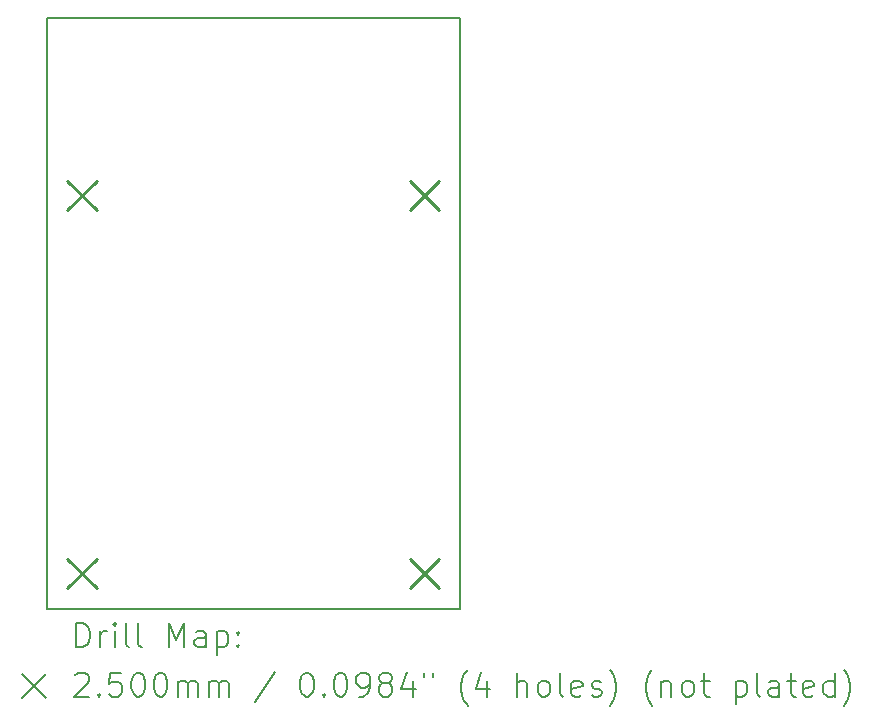
<source format=gbr>
%TF.GenerationSoftware,KiCad,Pcbnew,8.0.5*%
%TF.CreationDate,2024-12-03T22:20:39-06:00*%
%TF.ProjectId,project,70726f6a-6563-4742-9e6b-696361645f70,rev?*%
%TF.SameCoordinates,Original*%
%TF.FileFunction,Drillmap*%
%TF.FilePolarity,Positive*%
%FSLAX45Y45*%
G04 Gerber Fmt 4.5, Leading zero omitted, Abs format (unit mm)*
G04 Created by KiCad (PCBNEW 8.0.5) date 2024-12-03 22:20:39*
%MOMM*%
%LPD*%
G01*
G04 APERTURE LIST*
%ADD10C,0.200000*%
%ADD11C,0.250000*%
G04 APERTURE END LIST*
D10*
X4828000Y-5596500D02*
X8328000Y-5596500D01*
X8328000Y-10596500D01*
X4828000Y-10596500D01*
X4828000Y-5596500D01*
D11*
X5003000Y-6971500D02*
X5253000Y-7221500D01*
X5253000Y-6971500D02*
X5003000Y-7221500D01*
X5003000Y-10171500D02*
X5253000Y-10421500D01*
X5253000Y-10171500D02*
X5003000Y-10421500D01*
X7903000Y-6971500D02*
X8153000Y-7221500D01*
X8153000Y-6971500D02*
X7903000Y-7221500D01*
X7903000Y-10171500D02*
X8153000Y-10421500D01*
X8153000Y-10171500D02*
X7903000Y-10421500D01*
D10*
X5078777Y-10917984D02*
X5078777Y-10717984D01*
X5078777Y-10717984D02*
X5126396Y-10717984D01*
X5126396Y-10717984D02*
X5154967Y-10727508D01*
X5154967Y-10727508D02*
X5174015Y-10746555D01*
X5174015Y-10746555D02*
X5183539Y-10765603D01*
X5183539Y-10765603D02*
X5193063Y-10803698D01*
X5193063Y-10803698D02*
X5193063Y-10832270D01*
X5193063Y-10832270D02*
X5183539Y-10870365D01*
X5183539Y-10870365D02*
X5174015Y-10889412D01*
X5174015Y-10889412D02*
X5154967Y-10908460D01*
X5154967Y-10908460D02*
X5126396Y-10917984D01*
X5126396Y-10917984D02*
X5078777Y-10917984D01*
X5278777Y-10917984D02*
X5278777Y-10784650D01*
X5278777Y-10822746D02*
X5288301Y-10803698D01*
X5288301Y-10803698D02*
X5297824Y-10794174D01*
X5297824Y-10794174D02*
X5316872Y-10784650D01*
X5316872Y-10784650D02*
X5335920Y-10784650D01*
X5402586Y-10917984D02*
X5402586Y-10784650D01*
X5402586Y-10717984D02*
X5393063Y-10727508D01*
X5393063Y-10727508D02*
X5402586Y-10737031D01*
X5402586Y-10737031D02*
X5412110Y-10727508D01*
X5412110Y-10727508D02*
X5402586Y-10717984D01*
X5402586Y-10717984D02*
X5402586Y-10737031D01*
X5526396Y-10917984D02*
X5507348Y-10908460D01*
X5507348Y-10908460D02*
X5497824Y-10889412D01*
X5497824Y-10889412D02*
X5497824Y-10717984D01*
X5631158Y-10917984D02*
X5612110Y-10908460D01*
X5612110Y-10908460D02*
X5602586Y-10889412D01*
X5602586Y-10889412D02*
X5602586Y-10717984D01*
X5859729Y-10917984D02*
X5859729Y-10717984D01*
X5859729Y-10717984D02*
X5926396Y-10860841D01*
X5926396Y-10860841D02*
X5993062Y-10717984D01*
X5993062Y-10717984D02*
X5993062Y-10917984D01*
X6174015Y-10917984D02*
X6174015Y-10813222D01*
X6174015Y-10813222D02*
X6164491Y-10794174D01*
X6164491Y-10794174D02*
X6145443Y-10784650D01*
X6145443Y-10784650D02*
X6107348Y-10784650D01*
X6107348Y-10784650D02*
X6088301Y-10794174D01*
X6174015Y-10908460D02*
X6154967Y-10917984D01*
X6154967Y-10917984D02*
X6107348Y-10917984D01*
X6107348Y-10917984D02*
X6088301Y-10908460D01*
X6088301Y-10908460D02*
X6078777Y-10889412D01*
X6078777Y-10889412D02*
X6078777Y-10870365D01*
X6078777Y-10870365D02*
X6088301Y-10851317D01*
X6088301Y-10851317D02*
X6107348Y-10841793D01*
X6107348Y-10841793D02*
X6154967Y-10841793D01*
X6154967Y-10841793D02*
X6174015Y-10832270D01*
X6269253Y-10784650D02*
X6269253Y-10984650D01*
X6269253Y-10794174D02*
X6288301Y-10784650D01*
X6288301Y-10784650D02*
X6326396Y-10784650D01*
X6326396Y-10784650D02*
X6345443Y-10794174D01*
X6345443Y-10794174D02*
X6354967Y-10803698D01*
X6354967Y-10803698D02*
X6364491Y-10822746D01*
X6364491Y-10822746D02*
X6364491Y-10879889D01*
X6364491Y-10879889D02*
X6354967Y-10898936D01*
X6354967Y-10898936D02*
X6345443Y-10908460D01*
X6345443Y-10908460D02*
X6326396Y-10917984D01*
X6326396Y-10917984D02*
X6288301Y-10917984D01*
X6288301Y-10917984D02*
X6269253Y-10908460D01*
X6450205Y-10898936D02*
X6459729Y-10908460D01*
X6459729Y-10908460D02*
X6450205Y-10917984D01*
X6450205Y-10917984D02*
X6440682Y-10908460D01*
X6440682Y-10908460D02*
X6450205Y-10898936D01*
X6450205Y-10898936D02*
X6450205Y-10917984D01*
X6450205Y-10794174D02*
X6459729Y-10803698D01*
X6459729Y-10803698D02*
X6450205Y-10813222D01*
X6450205Y-10813222D02*
X6440682Y-10803698D01*
X6440682Y-10803698D02*
X6450205Y-10794174D01*
X6450205Y-10794174D02*
X6450205Y-10813222D01*
X4618000Y-11146500D02*
X4818000Y-11346500D01*
X4818000Y-11146500D02*
X4618000Y-11346500D01*
X5069253Y-11157031D02*
X5078777Y-11147508D01*
X5078777Y-11147508D02*
X5097824Y-11137984D01*
X5097824Y-11137984D02*
X5145444Y-11137984D01*
X5145444Y-11137984D02*
X5164491Y-11147508D01*
X5164491Y-11147508D02*
X5174015Y-11157031D01*
X5174015Y-11157031D02*
X5183539Y-11176079D01*
X5183539Y-11176079D02*
X5183539Y-11195127D01*
X5183539Y-11195127D02*
X5174015Y-11223698D01*
X5174015Y-11223698D02*
X5059729Y-11337984D01*
X5059729Y-11337984D02*
X5183539Y-11337984D01*
X5269253Y-11318936D02*
X5278777Y-11328460D01*
X5278777Y-11328460D02*
X5269253Y-11337984D01*
X5269253Y-11337984D02*
X5259729Y-11328460D01*
X5259729Y-11328460D02*
X5269253Y-11318936D01*
X5269253Y-11318936D02*
X5269253Y-11337984D01*
X5459729Y-11137984D02*
X5364491Y-11137984D01*
X5364491Y-11137984D02*
X5354967Y-11233222D01*
X5354967Y-11233222D02*
X5364491Y-11223698D01*
X5364491Y-11223698D02*
X5383539Y-11214174D01*
X5383539Y-11214174D02*
X5431158Y-11214174D01*
X5431158Y-11214174D02*
X5450205Y-11223698D01*
X5450205Y-11223698D02*
X5459729Y-11233222D01*
X5459729Y-11233222D02*
X5469253Y-11252269D01*
X5469253Y-11252269D02*
X5469253Y-11299888D01*
X5469253Y-11299888D02*
X5459729Y-11318936D01*
X5459729Y-11318936D02*
X5450205Y-11328460D01*
X5450205Y-11328460D02*
X5431158Y-11337984D01*
X5431158Y-11337984D02*
X5383539Y-11337984D01*
X5383539Y-11337984D02*
X5364491Y-11328460D01*
X5364491Y-11328460D02*
X5354967Y-11318936D01*
X5593062Y-11137984D02*
X5612110Y-11137984D01*
X5612110Y-11137984D02*
X5631158Y-11147508D01*
X5631158Y-11147508D02*
X5640682Y-11157031D01*
X5640682Y-11157031D02*
X5650205Y-11176079D01*
X5650205Y-11176079D02*
X5659729Y-11214174D01*
X5659729Y-11214174D02*
X5659729Y-11261793D01*
X5659729Y-11261793D02*
X5650205Y-11299888D01*
X5650205Y-11299888D02*
X5640682Y-11318936D01*
X5640682Y-11318936D02*
X5631158Y-11328460D01*
X5631158Y-11328460D02*
X5612110Y-11337984D01*
X5612110Y-11337984D02*
X5593062Y-11337984D01*
X5593062Y-11337984D02*
X5574015Y-11328460D01*
X5574015Y-11328460D02*
X5564491Y-11318936D01*
X5564491Y-11318936D02*
X5554967Y-11299888D01*
X5554967Y-11299888D02*
X5545444Y-11261793D01*
X5545444Y-11261793D02*
X5545444Y-11214174D01*
X5545444Y-11214174D02*
X5554967Y-11176079D01*
X5554967Y-11176079D02*
X5564491Y-11157031D01*
X5564491Y-11157031D02*
X5574015Y-11147508D01*
X5574015Y-11147508D02*
X5593062Y-11137984D01*
X5783539Y-11137984D02*
X5802586Y-11137984D01*
X5802586Y-11137984D02*
X5821634Y-11147508D01*
X5821634Y-11147508D02*
X5831158Y-11157031D01*
X5831158Y-11157031D02*
X5840682Y-11176079D01*
X5840682Y-11176079D02*
X5850205Y-11214174D01*
X5850205Y-11214174D02*
X5850205Y-11261793D01*
X5850205Y-11261793D02*
X5840682Y-11299888D01*
X5840682Y-11299888D02*
X5831158Y-11318936D01*
X5831158Y-11318936D02*
X5821634Y-11328460D01*
X5821634Y-11328460D02*
X5802586Y-11337984D01*
X5802586Y-11337984D02*
X5783539Y-11337984D01*
X5783539Y-11337984D02*
X5764491Y-11328460D01*
X5764491Y-11328460D02*
X5754967Y-11318936D01*
X5754967Y-11318936D02*
X5745443Y-11299888D01*
X5745443Y-11299888D02*
X5735920Y-11261793D01*
X5735920Y-11261793D02*
X5735920Y-11214174D01*
X5735920Y-11214174D02*
X5745443Y-11176079D01*
X5745443Y-11176079D02*
X5754967Y-11157031D01*
X5754967Y-11157031D02*
X5764491Y-11147508D01*
X5764491Y-11147508D02*
X5783539Y-11137984D01*
X5935920Y-11337984D02*
X5935920Y-11204650D01*
X5935920Y-11223698D02*
X5945443Y-11214174D01*
X5945443Y-11214174D02*
X5964491Y-11204650D01*
X5964491Y-11204650D02*
X5993063Y-11204650D01*
X5993063Y-11204650D02*
X6012110Y-11214174D01*
X6012110Y-11214174D02*
X6021634Y-11233222D01*
X6021634Y-11233222D02*
X6021634Y-11337984D01*
X6021634Y-11233222D02*
X6031158Y-11214174D01*
X6031158Y-11214174D02*
X6050205Y-11204650D01*
X6050205Y-11204650D02*
X6078777Y-11204650D01*
X6078777Y-11204650D02*
X6097824Y-11214174D01*
X6097824Y-11214174D02*
X6107348Y-11233222D01*
X6107348Y-11233222D02*
X6107348Y-11337984D01*
X6202586Y-11337984D02*
X6202586Y-11204650D01*
X6202586Y-11223698D02*
X6212110Y-11214174D01*
X6212110Y-11214174D02*
X6231158Y-11204650D01*
X6231158Y-11204650D02*
X6259729Y-11204650D01*
X6259729Y-11204650D02*
X6278777Y-11214174D01*
X6278777Y-11214174D02*
X6288301Y-11233222D01*
X6288301Y-11233222D02*
X6288301Y-11337984D01*
X6288301Y-11233222D02*
X6297824Y-11214174D01*
X6297824Y-11214174D02*
X6316872Y-11204650D01*
X6316872Y-11204650D02*
X6345443Y-11204650D01*
X6345443Y-11204650D02*
X6364491Y-11214174D01*
X6364491Y-11214174D02*
X6374015Y-11233222D01*
X6374015Y-11233222D02*
X6374015Y-11337984D01*
X6764491Y-11128460D02*
X6593063Y-11385603D01*
X7021634Y-11137984D02*
X7040682Y-11137984D01*
X7040682Y-11137984D02*
X7059729Y-11147508D01*
X7059729Y-11147508D02*
X7069253Y-11157031D01*
X7069253Y-11157031D02*
X7078777Y-11176079D01*
X7078777Y-11176079D02*
X7088301Y-11214174D01*
X7088301Y-11214174D02*
X7088301Y-11261793D01*
X7088301Y-11261793D02*
X7078777Y-11299888D01*
X7078777Y-11299888D02*
X7069253Y-11318936D01*
X7069253Y-11318936D02*
X7059729Y-11328460D01*
X7059729Y-11328460D02*
X7040682Y-11337984D01*
X7040682Y-11337984D02*
X7021634Y-11337984D01*
X7021634Y-11337984D02*
X7002586Y-11328460D01*
X7002586Y-11328460D02*
X6993063Y-11318936D01*
X6993063Y-11318936D02*
X6983539Y-11299888D01*
X6983539Y-11299888D02*
X6974015Y-11261793D01*
X6974015Y-11261793D02*
X6974015Y-11214174D01*
X6974015Y-11214174D02*
X6983539Y-11176079D01*
X6983539Y-11176079D02*
X6993063Y-11157031D01*
X6993063Y-11157031D02*
X7002586Y-11147508D01*
X7002586Y-11147508D02*
X7021634Y-11137984D01*
X7174015Y-11318936D02*
X7183539Y-11328460D01*
X7183539Y-11328460D02*
X7174015Y-11337984D01*
X7174015Y-11337984D02*
X7164491Y-11328460D01*
X7164491Y-11328460D02*
X7174015Y-11318936D01*
X7174015Y-11318936D02*
X7174015Y-11337984D01*
X7307348Y-11137984D02*
X7326396Y-11137984D01*
X7326396Y-11137984D02*
X7345444Y-11147508D01*
X7345444Y-11147508D02*
X7354967Y-11157031D01*
X7354967Y-11157031D02*
X7364491Y-11176079D01*
X7364491Y-11176079D02*
X7374015Y-11214174D01*
X7374015Y-11214174D02*
X7374015Y-11261793D01*
X7374015Y-11261793D02*
X7364491Y-11299888D01*
X7364491Y-11299888D02*
X7354967Y-11318936D01*
X7354967Y-11318936D02*
X7345444Y-11328460D01*
X7345444Y-11328460D02*
X7326396Y-11337984D01*
X7326396Y-11337984D02*
X7307348Y-11337984D01*
X7307348Y-11337984D02*
X7288301Y-11328460D01*
X7288301Y-11328460D02*
X7278777Y-11318936D01*
X7278777Y-11318936D02*
X7269253Y-11299888D01*
X7269253Y-11299888D02*
X7259729Y-11261793D01*
X7259729Y-11261793D02*
X7259729Y-11214174D01*
X7259729Y-11214174D02*
X7269253Y-11176079D01*
X7269253Y-11176079D02*
X7278777Y-11157031D01*
X7278777Y-11157031D02*
X7288301Y-11147508D01*
X7288301Y-11147508D02*
X7307348Y-11137984D01*
X7469253Y-11337984D02*
X7507348Y-11337984D01*
X7507348Y-11337984D02*
X7526396Y-11328460D01*
X7526396Y-11328460D02*
X7535920Y-11318936D01*
X7535920Y-11318936D02*
X7554967Y-11290365D01*
X7554967Y-11290365D02*
X7564491Y-11252269D01*
X7564491Y-11252269D02*
X7564491Y-11176079D01*
X7564491Y-11176079D02*
X7554967Y-11157031D01*
X7554967Y-11157031D02*
X7545444Y-11147508D01*
X7545444Y-11147508D02*
X7526396Y-11137984D01*
X7526396Y-11137984D02*
X7488301Y-11137984D01*
X7488301Y-11137984D02*
X7469253Y-11147508D01*
X7469253Y-11147508D02*
X7459729Y-11157031D01*
X7459729Y-11157031D02*
X7450206Y-11176079D01*
X7450206Y-11176079D02*
X7450206Y-11223698D01*
X7450206Y-11223698D02*
X7459729Y-11242746D01*
X7459729Y-11242746D02*
X7469253Y-11252269D01*
X7469253Y-11252269D02*
X7488301Y-11261793D01*
X7488301Y-11261793D02*
X7526396Y-11261793D01*
X7526396Y-11261793D02*
X7545444Y-11252269D01*
X7545444Y-11252269D02*
X7554967Y-11242746D01*
X7554967Y-11242746D02*
X7564491Y-11223698D01*
X7678777Y-11223698D02*
X7659729Y-11214174D01*
X7659729Y-11214174D02*
X7650206Y-11204650D01*
X7650206Y-11204650D02*
X7640682Y-11185603D01*
X7640682Y-11185603D02*
X7640682Y-11176079D01*
X7640682Y-11176079D02*
X7650206Y-11157031D01*
X7650206Y-11157031D02*
X7659729Y-11147508D01*
X7659729Y-11147508D02*
X7678777Y-11137984D01*
X7678777Y-11137984D02*
X7716872Y-11137984D01*
X7716872Y-11137984D02*
X7735920Y-11147508D01*
X7735920Y-11147508D02*
X7745444Y-11157031D01*
X7745444Y-11157031D02*
X7754967Y-11176079D01*
X7754967Y-11176079D02*
X7754967Y-11185603D01*
X7754967Y-11185603D02*
X7745444Y-11204650D01*
X7745444Y-11204650D02*
X7735920Y-11214174D01*
X7735920Y-11214174D02*
X7716872Y-11223698D01*
X7716872Y-11223698D02*
X7678777Y-11223698D01*
X7678777Y-11223698D02*
X7659729Y-11233222D01*
X7659729Y-11233222D02*
X7650206Y-11242746D01*
X7650206Y-11242746D02*
X7640682Y-11261793D01*
X7640682Y-11261793D02*
X7640682Y-11299888D01*
X7640682Y-11299888D02*
X7650206Y-11318936D01*
X7650206Y-11318936D02*
X7659729Y-11328460D01*
X7659729Y-11328460D02*
X7678777Y-11337984D01*
X7678777Y-11337984D02*
X7716872Y-11337984D01*
X7716872Y-11337984D02*
X7735920Y-11328460D01*
X7735920Y-11328460D02*
X7745444Y-11318936D01*
X7745444Y-11318936D02*
X7754967Y-11299888D01*
X7754967Y-11299888D02*
X7754967Y-11261793D01*
X7754967Y-11261793D02*
X7745444Y-11242746D01*
X7745444Y-11242746D02*
X7735920Y-11233222D01*
X7735920Y-11233222D02*
X7716872Y-11223698D01*
X7926396Y-11204650D02*
X7926396Y-11337984D01*
X7878777Y-11128460D02*
X7831158Y-11271317D01*
X7831158Y-11271317D02*
X7954967Y-11271317D01*
X8021634Y-11137984D02*
X8021634Y-11176079D01*
X8097825Y-11137984D02*
X8097825Y-11176079D01*
X8393063Y-11414174D02*
X8383539Y-11404650D01*
X8383539Y-11404650D02*
X8364491Y-11376079D01*
X8364491Y-11376079D02*
X8354968Y-11357031D01*
X8354968Y-11357031D02*
X8345444Y-11328460D01*
X8345444Y-11328460D02*
X8335920Y-11280841D01*
X8335920Y-11280841D02*
X8335920Y-11242746D01*
X8335920Y-11242746D02*
X8345444Y-11195127D01*
X8345444Y-11195127D02*
X8354968Y-11166555D01*
X8354968Y-11166555D02*
X8364491Y-11147508D01*
X8364491Y-11147508D02*
X8383539Y-11118936D01*
X8383539Y-11118936D02*
X8393063Y-11109412D01*
X8554968Y-11204650D02*
X8554968Y-11337984D01*
X8507349Y-11128460D02*
X8459730Y-11271317D01*
X8459730Y-11271317D02*
X8583539Y-11271317D01*
X8812111Y-11337984D02*
X8812111Y-11137984D01*
X8897825Y-11337984D02*
X8897825Y-11233222D01*
X8897825Y-11233222D02*
X8888301Y-11214174D01*
X8888301Y-11214174D02*
X8869253Y-11204650D01*
X8869253Y-11204650D02*
X8840682Y-11204650D01*
X8840682Y-11204650D02*
X8821634Y-11214174D01*
X8821634Y-11214174D02*
X8812111Y-11223698D01*
X9021634Y-11337984D02*
X9002587Y-11328460D01*
X9002587Y-11328460D02*
X8993063Y-11318936D01*
X8993063Y-11318936D02*
X8983539Y-11299888D01*
X8983539Y-11299888D02*
X8983539Y-11242746D01*
X8983539Y-11242746D02*
X8993063Y-11223698D01*
X8993063Y-11223698D02*
X9002587Y-11214174D01*
X9002587Y-11214174D02*
X9021634Y-11204650D01*
X9021634Y-11204650D02*
X9050206Y-11204650D01*
X9050206Y-11204650D02*
X9069253Y-11214174D01*
X9069253Y-11214174D02*
X9078777Y-11223698D01*
X9078777Y-11223698D02*
X9088301Y-11242746D01*
X9088301Y-11242746D02*
X9088301Y-11299888D01*
X9088301Y-11299888D02*
X9078777Y-11318936D01*
X9078777Y-11318936D02*
X9069253Y-11328460D01*
X9069253Y-11328460D02*
X9050206Y-11337984D01*
X9050206Y-11337984D02*
X9021634Y-11337984D01*
X9202587Y-11337984D02*
X9183539Y-11328460D01*
X9183539Y-11328460D02*
X9174015Y-11309412D01*
X9174015Y-11309412D02*
X9174015Y-11137984D01*
X9354968Y-11328460D02*
X9335920Y-11337984D01*
X9335920Y-11337984D02*
X9297825Y-11337984D01*
X9297825Y-11337984D02*
X9278777Y-11328460D01*
X9278777Y-11328460D02*
X9269253Y-11309412D01*
X9269253Y-11309412D02*
X9269253Y-11233222D01*
X9269253Y-11233222D02*
X9278777Y-11214174D01*
X9278777Y-11214174D02*
X9297825Y-11204650D01*
X9297825Y-11204650D02*
X9335920Y-11204650D01*
X9335920Y-11204650D02*
X9354968Y-11214174D01*
X9354968Y-11214174D02*
X9364492Y-11233222D01*
X9364492Y-11233222D02*
X9364492Y-11252269D01*
X9364492Y-11252269D02*
X9269253Y-11271317D01*
X9440682Y-11328460D02*
X9459730Y-11337984D01*
X9459730Y-11337984D02*
X9497825Y-11337984D01*
X9497825Y-11337984D02*
X9516873Y-11328460D01*
X9516873Y-11328460D02*
X9526396Y-11309412D01*
X9526396Y-11309412D02*
X9526396Y-11299888D01*
X9526396Y-11299888D02*
X9516873Y-11280841D01*
X9516873Y-11280841D02*
X9497825Y-11271317D01*
X9497825Y-11271317D02*
X9469253Y-11271317D01*
X9469253Y-11271317D02*
X9450206Y-11261793D01*
X9450206Y-11261793D02*
X9440682Y-11242746D01*
X9440682Y-11242746D02*
X9440682Y-11233222D01*
X9440682Y-11233222D02*
X9450206Y-11214174D01*
X9450206Y-11214174D02*
X9469253Y-11204650D01*
X9469253Y-11204650D02*
X9497825Y-11204650D01*
X9497825Y-11204650D02*
X9516873Y-11214174D01*
X9593063Y-11414174D02*
X9602587Y-11404650D01*
X9602587Y-11404650D02*
X9621634Y-11376079D01*
X9621634Y-11376079D02*
X9631158Y-11357031D01*
X9631158Y-11357031D02*
X9640682Y-11328460D01*
X9640682Y-11328460D02*
X9650206Y-11280841D01*
X9650206Y-11280841D02*
X9650206Y-11242746D01*
X9650206Y-11242746D02*
X9640682Y-11195127D01*
X9640682Y-11195127D02*
X9631158Y-11166555D01*
X9631158Y-11166555D02*
X9621634Y-11147508D01*
X9621634Y-11147508D02*
X9602587Y-11118936D01*
X9602587Y-11118936D02*
X9593063Y-11109412D01*
X9954968Y-11414174D02*
X9945444Y-11404650D01*
X9945444Y-11404650D02*
X9926396Y-11376079D01*
X9926396Y-11376079D02*
X9916873Y-11357031D01*
X9916873Y-11357031D02*
X9907349Y-11328460D01*
X9907349Y-11328460D02*
X9897825Y-11280841D01*
X9897825Y-11280841D02*
X9897825Y-11242746D01*
X9897825Y-11242746D02*
X9907349Y-11195127D01*
X9907349Y-11195127D02*
X9916873Y-11166555D01*
X9916873Y-11166555D02*
X9926396Y-11147508D01*
X9926396Y-11147508D02*
X9945444Y-11118936D01*
X9945444Y-11118936D02*
X9954968Y-11109412D01*
X10031158Y-11204650D02*
X10031158Y-11337984D01*
X10031158Y-11223698D02*
X10040682Y-11214174D01*
X10040682Y-11214174D02*
X10059730Y-11204650D01*
X10059730Y-11204650D02*
X10088301Y-11204650D01*
X10088301Y-11204650D02*
X10107349Y-11214174D01*
X10107349Y-11214174D02*
X10116873Y-11233222D01*
X10116873Y-11233222D02*
X10116873Y-11337984D01*
X10240682Y-11337984D02*
X10221634Y-11328460D01*
X10221634Y-11328460D02*
X10212111Y-11318936D01*
X10212111Y-11318936D02*
X10202587Y-11299888D01*
X10202587Y-11299888D02*
X10202587Y-11242746D01*
X10202587Y-11242746D02*
X10212111Y-11223698D01*
X10212111Y-11223698D02*
X10221634Y-11214174D01*
X10221634Y-11214174D02*
X10240682Y-11204650D01*
X10240682Y-11204650D02*
X10269254Y-11204650D01*
X10269254Y-11204650D02*
X10288301Y-11214174D01*
X10288301Y-11214174D02*
X10297825Y-11223698D01*
X10297825Y-11223698D02*
X10307349Y-11242746D01*
X10307349Y-11242746D02*
X10307349Y-11299888D01*
X10307349Y-11299888D02*
X10297825Y-11318936D01*
X10297825Y-11318936D02*
X10288301Y-11328460D01*
X10288301Y-11328460D02*
X10269254Y-11337984D01*
X10269254Y-11337984D02*
X10240682Y-11337984D01*
X10364492Y-11204650D02*
X10440682Y-11204650D01*
X10393063Y-11137984D02*
X10393063Y-11309412D01*
X10393063Y-11309412D02*
X10402587Y-11328460D01*
X10402587Y-11328460D02*
X10421634Y-11337984D01*
X10421634Y-11337984D02*
X10440682Y-11337984D01*
X10659730Y-11204650D02*
X10659730Y-11404650D01*
X10659730Y-11214174D02*
X10678777Y-11204650D01*
X10678777Y-11204650D02*
X10716873Y-11204650D01*
X10716873Y-11204650D02*
X10735920Y-11214174D01*
X10735920Y-11214174D02*
X10745444Y-11223698D01*
X10745444Y-11223698D02*
X10754968Y-11242746D01*
X10754968Y-11242746D02*
X10754968Y-11299888D01*
X10754968Y-11299888D02*
X10745444Y-11318936D01*
X10745444Y-11318936D02*
X10735920Y-11328460D01*
X10735920Y-11328460D02*
X10716873Y-11337984D01*
X10716873Y-11337984D02*
X10678777Y-11337984D01*
X10678777Y-11337984D02*
X10659730Y-11328460D01*
X10869254Y-11337984D02*
X10850206Y-11328460D01*
X10850206Y-11328460D02*
X10840682Y-11309412D01*
X10840682Y-11309412D02*
X10840682Y-11137984D01*
X11031158Y-11337984D02*
X11031158Y-11233222D01*
X11031158Y-11233222D02*
X11021635Y-11214174D01*
X11021635Y-11214174D02*
X11002587Y-11204650D01*
X11002587Y-11204650D02*
X10964492Y-11204650D01*
X10964492Y-11204650D02*
X10945444Y-11214174D01*
X11031158Y-11328460D02*
X11012111Y-11337984D01*
X11012111Y-11337984D02*
X10964492Y-11337984D01*
X10964492Y-11337984D02*
X10945444Y-11328460D01*
X10945444Y-11328460D02*
X10935920Y-11309412D01*
X10935920Y-11309412D02*
X10935920Y-11290365D01*
X10935920Y-11290365D02*
X10945444Y-11271317D01*
X10945444Y-11271317D02*
X10964492Y-11261793D01*
X10964492Y-11261793D02*
X11012111Y-11261793D01*
X11012111Y-11261793D02*
X11031158Y-11252269D01*
X11097825Y-11204650D02*
X11174015Y-11204650D01*
X11126396Y-11137984D02*
X11126396Y-11309412D01*
X11126396Y-11309412D02*
X11135920Y-11328460D01*
X11135920Y-11328460D02*
X11154968Y-11337984D01*
X11154968Y-11337984D02*
X11174015Y-11337984D01*
X11316873Y-11328460D02*
X11297825Y-11337984D01*
X11297825Y-11337984D02*
X11259730Y-11337984D01*
X11259730Y-11337984D02*
X11240682Y-11328460D01*
X11240682Y-11328460D02*
X11231158Y-11309412D01*
X11231158Y-11309412D02*
X11231158Y-11233222D01*
X11231158Y-11233222D02*
X11240682Y-11214174D01*
X11240682Y-11214174D02*
X11259730Y-11204650D01*
X11259730Y-11204650D02*
X11297825Y-11204650D01*
X11297825Y-11204650D02*
X11316873Y-11214174D01*
X11316873Y-11214174D02*
X11326396Y-11233222D01*
X11326396Y-11233222D02*
X11326396Y-11252269D01*
X11326396Y-11252269D02*
X11231158Y-11271317D01*
X11497825Y-11337984D02*
X11497825Y-11137984D01*
X11497825Y-11328460D02*
X11478777Y-11337984D01*
X11478777Y-11337984D02*
X11440682Y-11337984D01*
X11440682Y-11337984D02*
X11421634Y-11328460D01*
X11421634Y-11328460D02*
X11412111Y-11318936D01*
X11412111Y-11318936D02*
X11402587Y-11299888D01*
X11402587Y-11299888D02*
X11402587Y-11242746D01*
X11402587Y-11242746D02*
X11412111Y-11223698D01*
X11412111Y-11223698D02*
X11421634Y-11214174D01*
X11421634Y-11214174D02*
X11440682Y-11204650D01*
X11440682Y-11204650D02*
X11478777Y-11204650D01*
X11478777Y-11204650D02*
X11497825Y-11214174D01*
X11574015Y-11414174D02*
X11583539Y-11404650D01*
X11583539Y-11404650D02*
X11602587Y-11376079D01*
X11602587Y-11376079D02*
X11612111Y-11357031D01*
X11612111Y-11357031D02*
X11621634Y-11328460D01*
X11621634Y-11328460D02*
X11631158Y-11280841D01*
X11631158Y-11280841D02*
X11631158Y-11242746D01*
X11631158Y-11242746D02*
X11621634Y-11195127D01*
X11621634Y-11195127D02*
X11612111Y-11166555D01*
X11612111Y-11166555D02*
X11602587Y-11147508D01*
X11602587Y-11147508D02*
X11583539Y-11118936D01*
X11583539Y-11118936D02*
X11574015Y-11109412D01*
M02*

</source>
